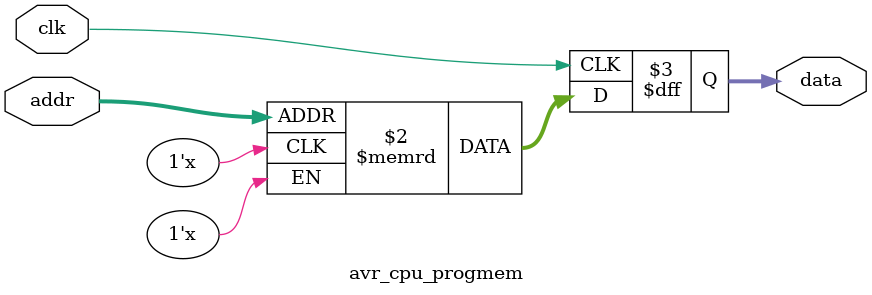
<source format=v>
module avr_cpu_progmem(
	input clk,
	input [8:0] addr,
	output [15:0] data);
	
	reg [15:0] mem [0:511];
	
	always @ (posedge clk)
	begin
		data <= mem[addr];
	end
	
	/*wire [15:0] data0;
	wire [15:0] data1;
	
	assign data = addr[8] ? data1 : data0;
	
	SB_RAM256x16 ram0 (
		.RDATA(data0),
		.RADDR(addr[7:0]),
		.RCLK(clk),
		.RCLKE(1'b1),
		.RE(1'b1),
		.WADDR(7'b0),
		.WCLK(1'b0),
		.WCLKE(1'b0),
		.WDATA(16'b0),
		.WE(1'b1),
		.MASK(16'b0));
	
	SB_RAM256x16 ram1 (
		.RDATA(data0),
		.RADDR(addr[7:0]),
		.RCLK(clk),
		.RCLKE(1'b1),
		.RE(1'b1),
		.WADDR(7'b0),
		.WCLK(1'b0),
		.WCLKE(1'b0),
		.WDATA(16'b0),
		.WE(1'b1),
		.MASK(16'b0));*/
	
endmodule


</source>
